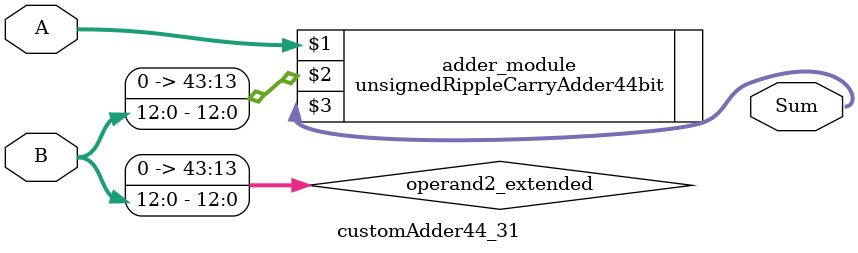
<source format=v>
module customAdder44_31(
                        input [43 : 0] A,
                        input [12 : 0] B,
                        
                        output [44 : 0] Sum
                );

        wire [43 : 0] operand2_extended;
        
        assign operand2_extended =  {31'b0, B};
        
        unsignedRippleCarryAdder44bit adder_module(
            A,
            operand2_extended,
            Sum
        );
        
        endmodule
        
</source>
